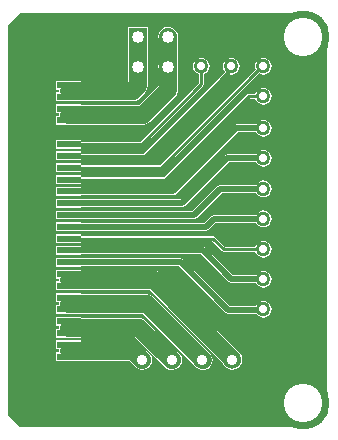
<source format=gtl>
G04 -- Generated By PCBWeb Designer*
%FSLAX24Y24*%
%MOIN*%
%OFA0B0*%
%SFA1.0B1.0*%
%AMROTRECT*21,1,$1,$2,0,0,$3*%
%AMROTOBLONG*1,1,$7,$1,$2*1,1,$7,$3,$4*21,1,$5,$6,0,0,$8*%
%ADD10C,0.025*%
%ADD11C,0.06*%
%ADD12C,0.035*%
%ADD13C,0.07*%
%ADD14C,0.006*%
%ADD15C,0.008*%
%ADD16C,0.024*%
%ADD17C,0.05*%
%ADD18C,0.028*%
%ADD19C,0.1772*%
%ADD20C,0.128*%
%ADD21C,0.1872*%
%ADD22R,0.0787X0.024*%
%ADD23R,0.0887X0.034*%
%ADD24R,0.1417X0.1055*%
%ADD25R,0.1517X0.1155*%
%ADD26C,0.01*%
%ADD27R,0.06X0.06*%
%ADD28C,0.04*%
%ADD29R,0.07X0.07*%
%ADD30C,0.0*%
%ADD31C,0.0098*%
%ADD32C,0.0591*%
%ADD33C,0.0275*%
%ADD34C,0.0197*%
G01*
%LNBASEFILL*%
%LPD*%
G36*
X787Y13780D02*
X394Y13386D01*
X1989Y11532D01*
X787Y13780D01*
G37*
G36*
X1989Y11532D02*
X394Y13386D01*
X1989Y11234D01*
X1989Y11532D01*
G37*
G36*
X1989Y11234D02*
X394Y13386D01*
X1989Y11138D01*
X1989Y11234D01*
G37*
G36*
X1989Y11138D02*
X394Y13386D01*
X1989Y10840D01*
X1989Y11138D01*
G37*
G36*
X1989Y10840D02*
X394Y13386D01*
X1989Y10744D01*
X1989Y10840D01*
G37*
G36*
X1989Y10744D02*
X394Y13386D01*
X1989Y10446D01*
X1989Y10744D01*
G37*
G36*
X1989Y10446D02*
X394Y13386D01*
X1989Y10351D01*
X1989Y10446D01*
G37*
G36*
X1989Y10351D02*
X394Y13386D01*
X1989Y10053D01*
X1989Y10351D01*
G37*
G36*
X1989Y10053D02*
X394Y13386D01*
X1989Y9563D01*
X1989Y10053D01*
G37*
G36*
X1989Y9563D02*
X394Y13386D01*
X1989Y9265D01*
X1989Y9563D01*
G37*
G36*
X1989Y9265D02*
X394Y13386D01*
X1989Y9170D01*
X1989Y9265D01*
G37*
G36*
X1989Y9170D02*
X394Y13386D01*
X1989Y8871D01*
X1989Y9170D01*
G37*
G36*
X1989Y8871D02*
X394Y13386D01*
X1989Y8776D01*
X1989Y8871D01*
G37*
G36*
X1989Y8776D02*
X394Y13386D01*
X1989Y8478D01*
X1989Y8776D01*
G37*
G36*
X1989Y8478D02*
X394Y13386D01*
X1989Y8382D01*
X1989Y8478D01*
G37*
G36*
X1989Y8382D02*
X394Y13386D01*
X1989Y8084D01*
X1989Y8382D01*
G37*
G36*
X1989Y8084D02*
X394Y13386D01*
X1989Y7988D01*
X1989Y8084D01*
G37*
G36*
X1989Y7988D02*
X394Y13386D01*
X1989Y7690D01*
X1989Y7988D01*
G37*
G36*
X1989Y7690D02*
X394Y13386D01*
X1989Y7595D01*
X1989Y7690D01*
G37*
G36*
X1989Y7595D02*
X394Y13386D01*
X1989Y7297D01*
X1989Y7595D01*
G37*
G36*
X1989Y7297D02*
X394Y13386D01*
X1989Y7201D01*
X1989Y7297D01*
G37*
G36*
X1989Y7201D02*
X394Y13386D01*
X1989Y6903D01*
X1989Y7201D01*
G37*
G36*
X394Y13386D02*
X394Y394D01*
X1989Y6903D01*
X394Y13386D01*
G37*
G36*
X394Y394D02*
X1989Y6807D01*
X1989Y6903D01*
X394Y394D01*
G37*
G36*
X1989Y6903D02*
X1989Y6807D01*
X2834Y6807D01*
X1989Y6903D01*
G37*
G36*
X1989Y6903D02*
X2834Y6807D01*
X2834Y6903D01*
X1989Y6903D01*
G37*
G36*
X6594Y6925D02*
X2834Y6903D01*
X2834Y6807D01*
X6594Y6925D01*
G37*
G36*
X6594Y6925D02*
X2834Y6807D01*
X2834Y6786D01*
X6594Y6925D01*
G37*
G36*
X6594Y6925D02*
X2834Y6786D01*
X6935Y6786D01*
X6594Y6925D01*
G37*
G36*
X6627Y6929D02*
X6594Y6925D01*
X6935Y6786D01*
X6627Y6929D01*
G37*
G36*
X6935Y6786D02*
X6627Y6929D01*
X6627Y6929D01*
X6935Y6786D01*
G37*
G36*
X6627Y6929D02*
X6627Y6929D01*
X6627Y6929D01*
X6627Y6929D01*
G37*
G36*
X6644Y6936D02*
X6627Y6929D01*
X6935Y6786D01*
X6644Y6936D01*
G37*
G36*
X6658Y6942D02*
X6644Y6936D01*
X6935Y6786D01*
X6658Y6942D01*
G37*
G36*
X6685Y6962D02*
X6658Y6942D01*
X6935Y6786D01*
X6685Y6962D01*
G37*
G36*
X6685Y6962D02*
X6935Y6786D01*
X7163Y7014D01*
X6685Y6962D01*
G37*
G36*
X6685Y6962D02*
X7163Y7014D01*
X7189Y7034D01*
X6685Y6962D01*
G37*
G36*
X7189Y7034D02*
X7518Y7796D01*
X6685Y6962D01*
X7189Y7034D01*
G37*
G36*
X7189Y7034D02*
X7220Y7047D01*
X7518Y7796D01*
X7189Y7034D01*
G37*
G36*
X7220Y7047D02*
X7253Y7051D01*
X7518Y7796D01*
X7220Y7047D01*
G37*
G36*
X7518Y7796D02*
X7253Y7051D01*
X8663Y7051D01*
X7518Y7796D01*
G37*
G36*
X7518Y7796D02*
X8663Y7051D01*
X8682Y7087D01*
X7518Y7796D01*
G37*
G36*
X8682Y7759D02*
X7518Y7796D01*
X8682Y7087D01*
X8682Y7759D01*
G37*
G36*
X8682Y7759D02*
X8682Y7087D01*
X8744Y7698D01*
X8682Y7759D01*
G37*
G36*
X8682Y7087D02*
X8744Y7149D01*
X8744Y7698D01*
X8682Y7087D01*
G37*
G36*
X8744Y7698D02*
X8744Y7149D01*
X8822Y7658D01*
X8744Y7698D01*
G37*
G36*
X8744Y7149D02*
X8822Y7189D01*
X8822Y7658D01*
X8744Y7149D01*
G37*
G36*
X8822Y7658D02*
X8822Y7189D01*
X8908Y7644D01*
X8822Y7658D01*
G37*
G36*
X8822Y7189D02*
X8908Y7202D01*
X8908Y7644D01*
X8822Y7189D01*
G37*
G36*
X8908Y7644D02*
X8908Y7202D01*
X8994Y7189D01*
X8908Y7644D01*
G37*
G36*
X8908Y7644D02*
X8994Y7189D01*
X8994Y7658D01*
X8908Y7644D01*
G37*
G36*
X8994Y7658D02*
X8994Y7189D01*
X9072Y7149D01*
X8994Y7658D01*
G37*
G36*
X8994Y7658D02*
X9072Y7149D01*
X9072Y7698D01*
X8994Y7658D01*
G37*
G36*
X9133Y7759D02*
X9072Y7698D01*
X9072Y7149D01*
X9133Y7759D01*
G37*
G36*
X9133Y7759D02*
X9072Y7149D01*
X9133Y7087D01*
X9133Y7759D01*
G37*
G36*
X9173Y7837D02*
X9133Y7759D01*
X9133Y7087D01*
X9173Y7837D01*
G37*
G36*
X9173Y7837D02*
X9133Y7087D01*
X9173Y7010D01*
X9173Y7837D01*
G37*
G36*
X9173Y7837D02*
X9173Y7010D01*
X9187Y6923D01*
X9173Y7837D01*
G37*
G36*
X9173Y7837D02*
X9187Y6923D01*
X9187Y7923D01*
X9173Y7837D01*
G37*
G36*
X11024Y787D02*
X9187Y7923D01*
X9187Y6923D01*
X11024Y787D01*
G37*
G36*
X11024Y787D02*
X9187Y6923D01*
X9187Y5906D01*
X11024Y787D01*
G37*
G36*
X9173Y6837D02*
X9187Y5906D01*
X9187Y6923D01*
X9173Y6837D01*
G37*
G36*
X9173Y6837D02*
X9173Y5992D01*
X9187Y5906D01*
X9173Y6837D01*
G37*
G36*
X9173Y6837D02*
X9133Y6070D01*
X9173Y5992D01*
X9173Y6837D01*
G37*
G36*
X9173Y6837D02*
X9133Y6759D01*
X9133Y6070D01*
X9173Y6837D01*
G37*
G36*
X9072Y6698D02*
X9133Y6070D01*
X9133Y6759D01*
X9072Y6698D01*
G37*
G36*
X9072Y6698D02*
X9072Y6131D01*
X9133Y6070D01*
X9072Y6698D01*
G37*
G36*
X9072Y6698D02*
X8994Y6171D01*
X9072Y6131D01*
X9072Y6698D01*
G37*
G36*
X9072Y6698D02*
X8994Y6658D01*
X8994Y6171D01*
X9072Y6698D01*
G37*
G36*
X8994Y6658D02*
X8908Y6185D01*
X8994Y6171D01*
X8994Y6658D01*
G37*
G36*
X8994Y6658D02*
X8908Y6644D01*
X8908Y6185D01*
X8994Y6658D01*
G37*
G36*
X8908Y6644D02*
X8822Y6658D01*
X8908Y6185D01*
X8908Y6644D01*
G37*
G36*
X8822Y6658D02*
X8822Y6171D01*
X8908Y6185D01*
X8822Y6658D01*
G37*
G36*
X8744Y6131D02*
X8822Y6171D01*
X8822Y6658D01*
X8744Y6131D01*
G37*
G36*
X8744Y6698D02*
X8744Y6131D01*
X8822Y6658D01*
X8744Y6698D01*
G37*
G36*
X8682Y6070D02*
X8744Y6131D01*
X8744Y6698D01*
X8682Y6070D01*
G37*
G36*
X8682Y6759D02*
X8682Y6070D01*
X8744Y6698D01*
X8682Y6759D01*
G37*
G36*
X8682Y6070D02*
X8682Y6759D01*
X7626Y5984D01*
X8682Y6070D01*
G37*
G36*
X7626Y5984D02*
X8682Y6759D01*
X8663Y6796D01*
X7626Y5984D01*
G37*
G36*
X7306Y6796D02*
X7626Y5984D01*
X8663Y6796D01*
X7306Y6796D01*
G37*
G36*
X7306Y6796D02*
X7290Y6320D01*
X7626Y5984D01*
X7306Y6796D01*
G37*
G36*
X7273Y6333D02*
X7290Y6320D01*
X7306Y6796D01*
X7273Y6333D01*
G37*
G36*
X7254Y6341D02*
X7273Y6333D01*
X7306Y6796D01*
X7254Y6341D01*
G37*
G36*
X7306Y6796D02*
X7254Y6341D01*
X7254Y6341D01*
X7306Y6796D01*
G37*
G36*
X7254Y6341D02*
X7254Y6341D01*
X7254Y6341D01*
X7254Y6341D01*
G37*
G36*
X7254Y6341D02*
X7306Y6796D01*
X7078Y6569D01*
X7254Y6341D01*
G37*
G36*
X7078Y6569D02*
X7242Y6342D01*
X7254Y6341D01*
X7078Y6569D01*
G37*
G36*
X7078Y6569D02*
X7234Y6343D01*
X7242Y6342D01*
X7078Y6569D01*
G37*
G36*
X7078Y6569D02*
X7052Y6548D01*
X7234Y6343D01*
X7078Y6569D01*
G37*
G36*
X7052Y6548D02*
X7035Y6541D01*
X7234Y6343D01*
X7052Y6548D01*
G37*
G36*
X7035Y6541D02*
X7021Y6536D01*
X7234Y6343D01*
X7035Y6541D01*
G37*
G36*
X7234Y6343D02*
X7021Y6536D01*
X7021Y6536D01*
X7234Y6343D01*
G37*
G36*
X7021Y6536D02*
X7021Y6536D01*
X7021Y6536D01*
X7021Y6536D01*
G37*
G36*
X7021Y6536D02*
X6988Y6531D01*
X7234Y6343D01*
X7021Y6536D01*
G37*
G36*
X6988Y6531D02*
X2834Y6343D01*
X7234Y6343D01*
X6988Y6531D01*
G37*
G36*
X6988Y6531D02*
X2834Y6414D01*
X2834Y6343D01*
X6988Y6531D01*
G37*
G36*
X6988Y6531D02*
X2834Y6509D01*
X2834Y6414D01*
X6988Y6531D01*
G37*
G36*
X1989Y6509D02*
X2834Y6414D01*
X2834Y6509D01*
X1989Y6509D01*
G37*
G36*
X1989Y6509D02*
X1989Y6414D01*
X2834Y6414D01*
X1989Y6509D01*
G37*
G36*
X394Y394D02*
X1989Y6414D01*
X1989Y6509D01*
X394Y394D01*
G37*
G36*
X394Y394D02*
X1989Y6509D01*
X1989Y6807D01*
X394Y394D01*
G37*
G36*
X394Y394D02*
X1989Y6116D01*
X1989Y6414D01*
X394Y394D01*
G37*
G36*
X394Y394D02*
X1989Y6020D01*
X1989Y6116D01*
X394Y394D01*
G37*
G36*
X1989Y6116D02*
X1989Y6020D01*
X2834Y6020D01*
X1989Y6116D01*
G37*
G36*
X1989Y6116D02*
X2834Y6020D01*
X2834Y6116D01*
X1989Y6116D01*
G37*
G36*
X2834Y6116D02*
X2834Y6020D01*
X6890Y5999D01*
X2834Y6116D01*
G37*
G36*
X2834Y6020D02*
X2834Y5998D01*
X6890Y5999D01*
X2834Y6020D01*
G37*
G36*
X2834Y6186D02*
X2834Y6116D01*
X6890Y5999D01*
X2834Y6186D01*
G37*
G36*
X2834Y6186D02*
X6890Y5999D01*
X7202Y6187D01*
X2834Y6186D01*
G37*
G36*
X6890Y5999D02*
X6915Y5995D01*
X7202Y6187D01*
X6890Y5999D01*
G37*
G36*
X6915Y5995D02*
X6923Y5994D01*
X7202Y6187D01*
X6915Y5995D01*
G37*
G36*
X6923Y5994D02*
X6953Y5982D01*
X7202Y6187D01*
X6923Y5994D01*
G37*
G36*
X6953Y5982D02*
X6966Y5972D01*
X7202Y6187D01*
X6953Y5982D01*
G37*
G36*
X6966Y5972D02*
X6980Y5961D01*
X7202Y6187D01*
X6966Y5972D01*
G37*
G36*
X7202Y6187D02*
X6980Y5961D01*
X7538Y5850D01*
X7202Y6187D01*
G37*
G36*
X7538Y5850D02*
X6980Y5961D01*
X7554Y5838D01*
X7538Y5850D01*
G37*
G36*
X7554Y5838D02*
X6980Y5961D01*
X7892Y5049D01*
X7554Y5838D01*
G37*
G36*
X7554Y5838D02*
X7892Y5049D01*
X7573Y5830D01*
X7554Y5838D01*
G37*
G36*
X7892Y5049D02*
X7594Y5827D01*
X7573Y5830D01*
X7892Y5049D01*
G37*
G36*
X8642Y5819D02*
X7594Y5827D01*
X7892Y5049D01*
X8642Y5819D01*
G37*
G36*
X8682Y5742D02*
X8642Y5819D01*
X7892Y5049D01*
X8682Y5742D01*
G37*
G36*
X8682Y5070D02*
X8682Y5742D01*
X7892Y5049D01*
X8682Y5070D01*
G37*
G36*
X7892Y5049D02*
X8671Y5049D01*
X8682Y5070D01*
X7892Y5049D01*
G37*
G36*
X8682Y5742D02*
X8682Y5070D01*
X8744Y5680D01*
X8682Y5742D01*
G37*
G36*
X8682Y5070D02*
X8744Y5131D01*
X8744Y5680D01*
X8682Y5070D01*
G37*
G36*
X8744Y5680D02*
X8744Y5131D01*
X8822Y5640D01*
X8744Y5680D01*
G37*
G36*
X8744Y5131D02*
X8822Y5171D01*
X8822Y5640D01*
X8744Y5131D01*
G37*
G36*
X8822Y5640D02*
X8822Y5171D01*
X8908Y5627D01*
X8822Y5640D01*
G37*
G36*
X8822Y5171D02*
X8908Y5185D01*
X8908Y5627D01*
X8822Y5171D01*
G37*
G36*
X8908Y5627D02*
X8908Y5185D01*
X8994Y5171D01*
X8908Y5627D01*
G37*
G36*
X8908Y5627D02*
X8994Y5171D01*
X8994Y5640D01*
X8908Y5627D01*
G37*
G36*
X8994Y5640D02*
X8994Y5171D01*
X9072Y5131D01*
X8994Y5640D01*
G37*
G36*
X8994Y5640D02*
X9072Y5131D01*
X9072Y5680D01*
X8994Y5640D01*
G37*
G36*
X9133Y5742D02*
X9072Y5680D01*
X9072Y5131D01*
X9133Y5742D01*
G37*
G36*
X9133Y5742D02*
X9072Y5131D01*
X9133Y5070D01*
X9133Y5742D01*
G37*
G36*
X9173Y5819D02*
X9133Y5742D01*
X9133Y5070D01*
X9173Y5819D01*
G37*
G36*
X9173Y5819D02*
X9133Y5070D01*
X9173Y4992D01*
X9173Y5819D01*
G37*
G36*
X9173Y5819D02*
X9173Y4992D01*
X9187Y4906D01*
X9173Y5819D01*
G37*
G36*
X9173Y5819D02*
X9187Y4906D01*
X9187Y5906D01*
X9173Y5819D01*
G37*
G36*
X11024Y787D02*
X9187Y5906D01*
X9187Y4906D01*
X11024Y787D01*
G37*
G36*
X10236Y1575D02*
X11024Y787D01*
X9187Y4906D01*
X10236Y1575D01*
G37*
G36*
X9187Y4906D02*
X9187Y3906D01*
X10236Y1575D01*
X9187Y4906D01*
G37*
G36*
X9187Y3906D02*
X9173Y3819D01*
X10236Y1575D01*
X9187Y3906D01*
G37*
G36*
X9173Y3819D02*
X9133Y3742D01*
X10236Y1575D01*
X9173Y3819D01*
G37*
G36*
X9133Y3742D02*
X9072Y3680D01*
X10236Y1575D01*
X9133Y3742D01*
G37*
G36*
X9072Y3680D02*
X8994Y3640D01*
X10236Y1575D01*
X9072Y3680D01*
G37*
G36*
X10236Y1575D02*
X8994Y3640D01*
X8187Y2348D01*
X10236Y1575D01*
G37*
G36*
X8994Y3640D02*
X8908Y3627D01*
X8187Y2348D01*
X8994Y3640D01*
G37*
G36*
X8155Y2426D02*
X8187Y2348D01*
X8908Y3627D01*
X8155Y2426D01*
G37*
G36*
X8908Y3627D02*
X8822Y3640D01*
X8155Y2426D01*
X8908Y3627D01*
G37*
G36*
X8822Y3640D02*
X8103Y2493D01*
X8155Y2426D01*
X8822Y3640D01*
G37*
G36*
X8744Y3680D02*
X8103Y2493D01*
X8822Y3640D01*
X8744Y3680D01*
G37*
G36*
X8682Y3742D02*
X8103Y2493D01*
X8744Y3680D01*
X8682Y3742D01*
G37*
G36*
X8682Y3742D02*
X7741Y3760D01*
X8103Y2493D01*
X8682Y3742D01*
G37*
G36*
X7741Y3760D02*
X7708Y3765D01*
X8103Y2493D01*
X7741Y3760D01*
G37*
G36*
X8103Y2493D02*
X7708Y3765D01*
X7678Y3778D01*
X8103Y2493D01*
G37*
G36*
X8103Y2493D02*
X7678Y3778D01*
X7651Y3798D01*
X8103Y2493D01*
G37*
G36*
X8103Y2493D02*
X7651Y3798D01*
X5495Y5101D01*
X8103Y2493D01*
G37*
G36*
X7651Y3798D02*
X6099Y5350D01*
X5495Y5101D01*
X7651Y3798D01*
G37*
G36*
X5457Y5130D02*
X5495Y5101D01*
X6099Y5350D01*
X5457Y5130D01*
G37*
G36*
X5428Y5153D02*
X5457Y5130D01*
X6099Y5350D01*
X5428Y5153D01*
G37*
G36*
X6099Y5350D02*
X5428Y5153D01*
X5428Y5153D01*
X6099Y5350D01*
G37*
G36*
X5428Y5153D02*
X5428Y5153D01*
X5428Y5153D01*
X5428Y5153D01*
G37*
G36*
X5350Y5185D02*
X5428Y5153D01*
X6099Y5350D01*
X5350Y5185D01*
G37*
G36*
X5300Y5192D02*
X5350Y5185D01*
X6099Y5350D01*
X5300Y5192D01*
G37*
G36*
X5266Y5196D02*
X5300Y5192D01*
X6099Y5350D01*
X5266Y5196D01*
G37*
G36*
X2834Y5350D02*
X5266Y5196D01*
X6099Y5350D01*
X2834Y5350D01*
G37*
G36*
X2834Y5350D02*
X2834Y5328D01*
X5266Y5196D01*
X2834Y5350D01*
G37*
G36*
X2834Y5328D02*
X2834Y5233D01*
X5266Y5196D01*
X2834Y5328D01*
G37*
G36*
X2834Y5233D02*
X2834Y5196D01*
X5266Y5196D01*
X2834Y5233D01*
G37*
G36*
X1989Y5328D02*
X2834Y5233D01*
X2834Y5328D01*
X1989Y5328D01*
G37*
G36*
X1989Y5328D02*
X1989Y5233D01*
X2834Y5233D01*
X1989Y5328D01*
G37*
G36*
X394Y394D02*
X1989Y5233D01*
X1989Y5328D01*
X394Y394D01*
G37*
G36*
X394Y394D02*
X1989Y5328D01*
X1989Y5626D01*
X394Y394D01*
G37*
G36*
X394Y394D02*
X1989Y5626D01*
X1989Y5722D01*
X394Y394D01*
G37*
G36*
X1989Y5722D02*
X1989Y5626D01*
X2834Y5626D01*
X1989Y5722D01*
G37*
G36*
X1989Y5722D02*
X2834Y5626D01*
X2834Y5722D01*
X1989Y5722D01*
G37*
G36*
X2834Y5722D02*
X2834Y5626D01*
X6151Y5605D01*
X2834Y5722D01*
G37*
G36*
X2834Y5626D02*
X2834Y5605D01*
X6151Y5605D01*
X2834Y5626D01*
G37*
G36*
X2834Y5744D02*
X2834Y5722D01*
X6151Y5605D01*
X2834Y5744D01*
G37*
G36*
X2834Y5744D02*
X6151Y5605D01*
X6837Y5744D01*
X2834Y5744D01*
G37*
G36*
X6151Y5605D02*
X6165Y5603D01*
X6837Y5744D01*
X6151Y5605D01*
G37*
G36*
X6165Y5603D02*
X6184Y5601D01*
X6837Y5744D01*
X6165Y5603D01*
G37*
G36*
X6184Y5601D02*
X6215Y5588D01*
X6837Y5744D01*
X6184Y5601D01*
G37*
G36*
X6215Y5588D02*
X6242Y5568D01*
X6837Y5744D01*
X6215Y5588D01*
G37*
G36*
X6837Y5744D02*
X6242Y5568D01*
X7749Y4831D01*
X6837Y5744D01*
G37*
G36*
X7794Y4015D02*
X7749Y4831D01*
X6242Y5568D01*
X7794Y4015D01*
G37*
G36*
X7794Y4015D02*
X7776Y4811D01*
X7749Y4831D01*
X7794Y4015D01*
G37*
G36*
X7776Y4811D02*
X7794Y4015D01*
X7807Y4798D01*
X7776Y4811D01*
G37*
G36*
X7807Y4798D02*
X7794Y4015D01*
X7840Y4794D01*
X7807Y4798D01*
G37*
G36*
X8682Y4070D02*
X7840Y4794D01*
X7794Y4015D01*
X8682Y4070D01*
G37*
G36*
X8682Y4070D02*
X7794Y4015D01*
X8654Y4015D01*
X8682Y4070D01*
G37*
G36*
X8682Y4742D02*
X7840Y4794D01*
X8682Y4070D01*
X8682Y4742D01*
G37*
G36*
X8682Y4742D02*
X8682Y4070D01*
X8744Y4680D01*
X8682Y4742D01*
G37*
G36*
X8682Y4070D02*
X8744Y4131D01*
X8744Y4680D01*
X8682Y4070D01*
G37*
G36*
X8744Y4680D02*
X8744Y4131D01*
X8822Y4640D01*
X8744Y4680D01*
G37*
G36*
X8744Y4131D02*
X8822Y4171D01*
X8822Y4640D01*
X8744Y4131D01*
G37*
G36*
X8822Y4640D02*
X8822Y4171D01*
X8908Y4627D01*
X8822Y4640D01*
G37*
G36*
X8822Y4171D02*
X8908Y4185D01*
X8908Y4627D01*
X8822Y4171D01*
G37*
G36*
X8908Y4627D02*
X8908Y4185D01*
X8994Y4171D01*
X8908Y4627D01*
G37*
G36*
X8908Y4627D02*
X8994Y4171D01*
X8994Y4640D01*
X8908Y4627D01*
G37*
G36*
X8994Y4640D02*
X8994Y4171D01*
X9072Y4131D01*
X8994Y4640D01*
G37*
G36*
X8994Y4640D02*
X9072Y4131D01*
X9072Y4680D01*
X8994Y4640D01*
G37*
G36*
X9133Y4742D02*
X9072Y4680D01*
X9072Y4131D01*
X9133Y4742D01*
G37*
G36*
X9133Y4742D02*
X9072Y4131D01*
X9133Y4070D01*
X9133Y4742D01*
G37*
G36*
X9173Y4819D02*
X9133Y4742D01*
X9133Y4070D01*
X9173Y4819D01*
G37*
G36*
X9173Y4819D02*
X9133Y4070D01*
X9173Y3992D01*
X9173Y4819D01*
G37*
G36*
X9173Y4819D02*
X9173Y3992D01*
X9187Y3906D01*
X9173Y4819D01*
G37*
G36*
X9173Y4819D02*
X9187Y3906D01*
X9187Y4906D01*
X9173Y4819D01*
G37*
G36*
X8655Y4794D02*
X7840Y4794D01*
X8682Y4742D01*
X8655Y4794D01*
G37*
G36*
X394Y394D02*
X1989Y5722D01*
X1989Y6020D01*
X394Y394D01*
G37*
G36*
X394Y394D02*
X1989Y4934D01*
X1989Y5233D01*
X394Y394D01*
G37*
G36*
X394Y394D02*
X1989Y4839D01*
X1989Y4934D01*
X394Y394D01*
G37*
G36*
X1989Y4934D02*
X1989Y4839D01*
X2087Y4872D01*
X1989Y4934D01*
G37*
G36*
X2087Y4872D02*
X1989Y4839D01*
X2091Y4839D01*
X2087Y4872D01*
G37*
G36*
X1989Y4934D02*
X2087Y4872D01*
X2095Y4934D01*
X1989Y4934D01*
G37*
G36*
X394Y394D02*
X1989Y4541D01*
X1989Y4839D01*
X394Y394D01*
G37*
G36*
X394Y394D02*
X1989Y4445D01*
X1989Y4541D01*
X394Y394D01*
G37*
G36*
X1989Y4541D02*
X1989Y4445D01*
X2834Y4445D01*
X1989Y4541D01*
G37*
G36*
X1989Y4541D02*
X2834Y4445D01*
X2834Y4541D01*
X1989Y4541D01*
G37*
G36*
X2834Y4541D02*
X2834Y4445D01*
X5020Y4409D01*
X2834Y4541D01*
G37*
G36*
X2834Y4445D02*
X2834Y4409D01*
X5020Y4409D01*
X2834Y4445D01*
G37*
G36*
X2834Y4548D02*
X2834Y4541D01*
X5020Y4409D01*
X2834Y4548D01*
G37*
G36*
X2834Y4548D02*
X5020Y4409D01*
X5131Y4548D01*
X2834Y4548D01*
G37*
G36*
X5020Y4409D02*
X5104Y4398D01*
X5131Y4548D01*
X5020Y4409D01*
G37*
G36*
X5131Y4548D02*
X5104Y4398D01*
X5104Y4398D01*
X5131Y4548D01*
G37*
G36*
X5104Y4398D02*
X5104Y4398D01*
X5104Y4398D01*
X5104Y4398D01*
G37*
G36*
X5131Y4548D02*
X5104Y4398D01*
X5146Y4380D01*
X5131Y4548D01*
G37*
G36*
X5131Y4548D02*
X5146Y4380D01*
X5182Y4365D01*
X5131Y4548D01*
G37*
G36*
X5182Y4365D02*
X5131Y4548D01*
X5182Y4365D01*
X5182Y4365D01*
G37*
G36*
X5182Y4365D02*
X5182Y4365D01*
X5182Y4365D01*
X5182Y4365D01*
G37*
G36*
X5131Y4548D02*
X5182Y4365D01*
X5211Y4343D01*
X5131Y4548D01*
G37*
G36*
X5131Y4548D02*
X5211Y4343D01*
X5249Y4314D01*
X5131Y4548D01*
G37*
G36*
X7119Y2444D02*
X5131Y4548D01*
X5249Y4314D01*
X7119Y2444D01*
G37*
G36*
X5131Y4548D02*
X7119Y2444D01*
X7560Y2119D01*
X5131Y4548D01*
G37*
G36*
X7560Y2119D02*
X7119Y2444D01*
X7171Y2377D01*
X7560Y2119D01*
G37*
G36*
X7560Y2119D02*
X7171Y2377D01*
X7203Y2299D01*
X7560Y2119D01*
G37*
G36*
X7203Y2299D02*
X7214Y2215D01*
X7560Y2119D01*
X7203Y2299D01*
G37*
G36*
X7214Y2215D02*
X7203Y2131D01*
X7560Y2119D01*
X7214Y2215D01*
G37*
G36*
X7560Y2119D02*
X7203Y2131D01*
X7561Y2113D01*
X7560Y2119D01*
G37*
G36*
X7561Y2113D02*
X7203Y2131D01*
X7171Y2053D01*
X7561Y2113D01*
G37*
G36*
X7561Y2113D02*
X7171Y2053D01*
X7608Y2021D01*
X7561Y2113D01*
G37*
G36*
X7171Y2053D02*
X7119Y1985D01*
X7608Y2021D01*
X7171Y2053D01*
G37*
G36*
X7608Y2021D02*
X7119Y1985D01*
X7681Y1948D01*
X7608Y2021D01*
G37*
G36*
X7119Y1985D02*
X7052Y1934D01*
X7681Y1948D01*
X7119Y1985D01*
G37*
G36*
X7681Y1948D02*
X7052Y1934D01*
X7773Y1902D01*
X7681Y1948D01*
G37*
G36*
X7773Y1902D02*
X7052Y1934D01*
X6976Y1902D01*
X7773Y1902D01*
G37*
G36*
X7052Y1934D02*
X6981Y1904D01*
X6976Y1902D01*
X7052Y1934D01*
G37*
G36*
X6976Y1902D02*
X9449Y787D01*
X7773Y1902D01*
X6976Y1902D01*
G37*
G36*
X7874Y1886D02*
X7773Y1902D01*
X9449Y787D01*
X7874Y1886D01*
G37*
G36*
X7976Y1902D02*
X7874Y1886D01*
X9449Y787D01*
X7976Y1902D01*
G37*
G36*
X8068Y1948D02*
X7976Y1902D01*
X9449Y787D01*
X8068Y1948D01*
G37*
G36*
X8140Y2021D02*
X8068Y1948D01*
X9449Y787D01*
X8140Y2021D01*
G37*
G36*
X8187Y2113D02*
X8140Y2021D01*
X9449Y787D01*
X8187Y2113D01*
G37*
G36*
X8187Y2113D02*
X9449Y787D01*
X10236Y1575D01*
X8187Y2113D01*
G37*
G36*
X8203Y2215D02*
X8187Y2113D01*
X10236Y1575D01*
X8203Y2215D01*
G37*
G36*
X10236Y1575D02*
X8199Y2264D01*
X8203Y2215D01*
X10236Y1575D01*
G37*
G36*
X8199Y2264D02*
X8197Y2253D01*
X8203Y2215D01*
X8199Y2264D01*
G37*
G36*
X10236Y1575D02*
X8187Y2348D01*
X8199Y2264D01*
X10236Y1575D01*
G37*
G36*
X9449Y787D02*
X6976Y1902D01*
X6974Y1901D01*
X9449Y787D01*
G37*
G36*
X6976Y1902D02*
X6974Y1901D01*
X6974Y1901D01*
X6976Y1902D01*
G37*
G36*
X6874Y1886D02*
X9449Y787D01*
X6974Y1901D01*
X6874Y1886D01*
G37*
G36*
X6874Y1886D02*
X6974Y1901D01*
X6974Y1901D01*
X6874Y1886D01*
G37*
G36*
X6874Y1886D02*
X5874Y1886D01*
X9449Y787D01*
X6874Y1886D01*
G37*
G36*
X9449Y787D02*
X5874Y1886D01*
X10236Y0D01*
X9449Y787D01*
G37*
G36*
X787Y0D02*
X10236Y0D01*
X5874Y1886D01*
X787Y0D01*
G37*
G36*
X787Y0D02*
X5874Y1886D01*
X4874Y1886D01*
X787Y0D01*
G37*
G36*
X5874Y1886D02*
X5773Y1901D01*
X4874Y1886D01*
X5874Y1886D01*
G37*
G36*
X4976Y1902D02*
X4874Y1886D01*
X5773Y1901D01*
X4976Y1902D01*
G37*
G36*
X5694Y1934D02*
X4976Y1902D01*
X5773Y1901D01*
X5694Y1934D01*
G37*
G36*
X5068Y1948D02*
X4976Y1902D01*
X5694Y1934D01*
X5068Y1948D01*
G37*
G36*
X5627Y1985D02*
X5068Y1948D01*
X5694Y1934D01*
X5627Y1985D01*
G37*
G36*
X5140Y2021D02*
X5068Y1948D01*
X5627Y1985D01*
X5140Y2021D01*
G37*
G36*
X5187Y2113D02*
X5140Y2021D01*
X5627Y1985D01*
X5187Y2113D01*
G37*
G36*
X5203Y2215D02*
X5187Y2113D01*
X5627Y1985D01*
X5203Y2215D01*
G37*
G36*
X5187Y2316D02*
X5203Y2215D01*
X5627Y1985D01*
X5187Y2316D01*
G37*
G36*
X5140Y2408D02*
X5187Y2316D01*
X5627Y1985D01*
X5140Y2408D01*
G37*
G36*
X5627Y1985D02*
X5068Y2481D01*
X5140Y2408D01*
X5627Y1985D01*
G37*
G36*
X5627Y1985D02*
X4639Y2973D01*
X5068Y2481D01*
X5627Y1985D01*
G37*
G36*
X5068Y2481D02*
X4639Y2973D01*
X4806Y2739D01*
X5068Y2481D01*
G37*
G36*
X4639Y2973D02*
X4773Y2764D01*
X4806Y2739D01*
X4639Y2973D01*
G37*
G36*
X4639Y2973D02*
X4739Y2791D01*
X4773Y2764D01*
X4639Y2973D01*
G37*
G36*
X4739Y2791D02*
X4639Y2973D01*
X4739Y2791D01*
X4739Y2791D01*
G37*
G36*
X4639Y2973D02*
X4700Y2807D01*
X4739Y2791D01*
X4639Y2973D01*
G37*
G36*
X4639Y2973D02*
X4661Y2823D01*
X4700Y2807D01*
X4639Y2973D01*
G37*
G36*
X4661Y2823D02*
X4639Y2973D01*
X4660Y2823D01*
X4661Y2823D01*
G37*
G36*
X4639Y2973D02*
X4618Y2829D01*
X4660Y2823D01*
X4639Y2973D01*
G37*
G36*
X4577Y2834D02*
X4618Y2829D01*
X4639Y2973D01*
X4577Y2834D01*
G37*
G36*
X2834Y2973D02*
X4577Y2834D01*
X4639Y2973D01*
X2834Y2973D01*
G37*
G36*
X2834Y2973D02*
X2834Y2966D01*
X4577Y2834D01*
X2834Y2973D01*
G37*
G36*
X2834Y2966D02*
X2834Y2870D01*
X4577Y2834D01*
X2834Y2966D01*
G37*
G36*
X2834Y2870D02*
X2834Y2834D01*
X4577Y2834D01*
X2834Y2870D01*
G37*
G36*
X1989Y2966D02*
X2834Y2870D01*
X2834Y2966D01*
X1989Y2966D01*
G37*
G36*
X1989Y2966D02*
X1989Y2870D01*
X2834Y2870D01*
X1989Y2966D01*
G37*
G36*
X394Y394D02*
X1989Y2870D01*
X1989Y2966D01*
X394Y394D01*
G37*
G36*
X394Y394D02*
X1989Y2966D01*
X1989Y3264D01*
X394Y394D01*
G37*
G36*
X394Y394D02*
X1989Y3264D01*
X1989Y3360D01*
X394Y394D01*
G37*
G36*
X1989Y3360D02*
X1989Y3264D01*
X2087Y3297D01*
X1989Y3360D01*
G37*
G36*
X2087Y3297D02*
X1989Y3264D01*
X2091Y3264D01*
X2087Y3297D01*
G37*
G36*
X1989Y3360D02*
X2087Y3297D01*
X2095Y3360D01*
X1989Y3360D01*
G37*
G36*
X394Y394D02*
X1989Y3360D01*
X1989Y3658D01*
X394Y394D01*
G37*
G36*
X394Y394D02*
X1989Y3658D01*
X1989Y3753D01*
X394Y394D01*
G37*
G36*
X1989Y3753D02*
X1989Y3658D01*
X2834Y3658D01*
X1989Y3753D01*
G37*
G36*
X1989Y3753D02*
X2834Y3658D01*
X2834Y3753D01*
X1989Y3753D01*
G37*
G36*
X2834Y3753D02*
X2834Y3658D01*
X4774Y3621D01*
X2834Y3753D01*
G37*
G36*
X2834Y3658D02*
X2834Y3621D01*
X4774Y3621D01*
X2834Y3658D01*
G37*
G36*
X2834Y3760D02*
X2834Y3753D01*
X4774Y3621D01*
X2834Y3760D01*
G37*
G36*
X2834Y3760D02*
X4774Y3621D01*
X4885Y3760D01*
X2834Y3760D01*
G37*
G36*
X4774Y3621D02*
X4811Y3616D01*
X4885Y3760D01*
X4774Y3621D01*
G37*
G36*
X4811Y3616D02*
X4857Y3610D01*
X4885Y3760D01*
X4811Y3616D01*
G37*
G36*
X4885Y3760D02*
X4857Y3610D01*
X4894Y3595D01*
X4885Y3760D01*
G37*
G36*
X4885Y3760D02*
X4894Y3595D01*
X4936Y3578D01*
X4885Y3760D01*
G37*
G36*
X4936Y3578D02*
X4885Y3760D01*
X4936Y3578D01*
X4936Y3578D01*
G37*
G36*
X4936Y3578D02*
X4936Y3578D01*
X4936Y3578D01*
X4936Y3578D01*
G37*
G36*
X4885Y3760D02*
X4936Y3578D01*
X4966Y3555D01*
X4885Y3760D01*
G37*
G36*
X4885Y3760D02*
X4966Y3555D01*
X5003Y3526D01*
X4885Y3760D01*
G37*
G36*
X6068Y2481D02*
X4885Y3760D01*
X5003Y3526D01*
X6068Y2481D01*
G37*
G36*
X6068Y2481D02*
X5003Y3526D01*
X6029Y2500D01*
X6068Y2481D01*
G37*
G36*
X6591Y2055D02*
X4885Y3760D01*
X6068Y2481D01*
X6591Y2055D01*
G37*
G36*
X6591Y2055D02*
X6068Y2481D01*
X6140Y2408D01*
X6591Y2055D01*
G37*
G36*
X6140Y2408D02*
X6187Y2316D01*
X6591Y2055D01*
X6140Y2408D01*
G37*
G36*
X6187Y2316D02*
X6203Y2215D01*
X6591Y2055D01*
X6187Y2316D01*
G37*
G36*
X6203Y2215D02*
X6187Y2113D01*
X6591Y2055D01*
X6203Y2215D01*
G37*
G36*
X6187Y2113D02*
X6140Y2021D01*
X6591Y2055D01*
X6187Y2113D01*
G37*
G36*
X6591Y2055D02*
X6140Y2021D01*
X6608Y2021D01*
X6591Y2055D01*
G37*
G36*
X6608Y2021D02*
X6140Y2021D01*
X6681Y1948D01*
X6608Y2021D01*
G37*
G36*
X6140Y2021D02*
X6068Y1948D01*
X6681Y1948D01*
X6140Y2021D01*
G37*
G36*
X6681Y1948D02*
X6068Y1948D01*
X6773Y1902D01*
X6681Y1948D01*
G37*
G36*
X6068Y1948D02*
X5976Y1902D01*
X6773Y1902D01*
X6068Y1948D01*
G37*
G36*
X6773Y1902D02*
X5976Y1902D01*
X6874Y1886D01*
X6773Y1902D01*
G37*
G36*
X5976Y1902D02*
X5874Y1886D01*
X6874Y1886D01*
X5976Y1902D01*
G37*
G36*
X394Y394D02*
X1989Y3753D01*
X1989Y4051D01*
X394Y394D01*
G37*
G36*
X394Y394D02*
X1989Y4051D01*
X1989Y4147D01*
X394Y394D01*
G37*
G36*
X1989Y4147D02*
X1989Y4051D01*
X2087Y4085D01*
X1989Y4147D01*
G37*
G36*
X2087Y4085D02*
X1989Y4051D01*
X2091Y4051D01*
X2087Y4085D01*
G37*
G36*
X1989Y4147D02*
X2087Y4085D01*
X2095Y4147D01*
X1989Y4147D01*
G37*
G36*
X394Y394D02*
X1989Y4147D01*
X1989Y4445D01*
X394Y394D01*
G37*
G36*
X394Y394D02*
X1989Y2572D01*
X1989Y2870D01*
X394Y394D01*
G37*
G36*
X394Y394D02*
X1989Y2477D01*
X1989Y2572D01*
X394Y394D01*
G37*
G36*
X1989Y2572D02*
X1989Y2477D01*
X2087Y2510D01*
X1989Y2572D01*
G37*
G36*
X2087Y2510D02*
X1989Y2477D01*
X2091Y2477D01*
X2087Y2510D01*
G37*
G36*
X1989Y2572D02*
X2087Y2510D01*
X2095Y2572D01*
X1989Y2572D01*
G37*
G36*
X394Y394D02*
X1989Y2179D01*
X1989Y2477D01*
X394Y394D01*
G37*
G36*
X394Y394D02*
X787Y0D01*
X1989Y2179D01*
X394Y394D01*
G37*
G36*
X1989Y2179D02*
X787Y0D01*
X2834Y2179D01*
X1989Y2179D01*
G37*
G36*
X787Y0D02*
X4681Y1948D01*
X2834Y2179D01*
X787Y0D01*
G37*
G36*
X4643Y1985D02*
X2834Y2179D01*
X4681Y1948D01*
X4643Y1985D01*
G37*
G36*
X4648Y1982D02*
X4643Y1985D01*
X4681Y1948D01*
X4648Y1982D01*
G37*
G36*
X4643Y1985D02*
X4442Y2186D01*
X2834Y2179D01*
X4643Y1985D01*
G37*
G36*
X4442Y2186D02*
X2834Y2186D01*
X2834Y2179D01*
X4442Y2186D01*
G37*
G36*
X4681Y1948D02*
X787Y0D01*
X4773Y1902D01*
X4681Y1948D01*
G37*
G36*
X4773Y1902D02*
X787Y0D01*
X4874Y1886D01*
X4773Y1902D01*
G37*
G36*
X4661Y2823D02*
X4660Y2823D01*
X4661Y2823D01*
X4661Y2823D01*
G37*
G36*
X4739Y2791D02*
X4739Y2791D01*
X4739Y2791D01*
X4739Y2791D01*
G37*
G36*
X5068Y2481D02*
X4806Y2739D01*
X5061Y2484D01*
X5068Y2481D01*
G37*
G36*
X5785Y1900D02*
X5773Y1901D01*
X5874Y1886D01*
X5785Y1900D01*
G37*
G36*
X8672Y3760D02*
X7741Y3760D01*
X8682Y3742D01*
X8672Y3760D01*
G37*
G36*
X8641Y5827D02*
X7594Y5827D01*
X8642Y5819D01*
X8641Y5827D01*
G37*
G36*
X6988Y6531D02*
X2834Y6531D01*
X2834Y6509D01*
X6988Y6531D01*
G37*
G36*
X8682Y6070D02*
X7626Y5984D01*
X8642Y5992D01*
X8682Y6070D01*
G37*
G36*
X7626Y5984D02*
X8641Y5984D01*
X8642Y5992D01*
X7626Y5984D01*
G37*
G36*
X11024Y787D02*
X9187Y8941D01*
X9187Y7923D01*
X11024Y787D01*
G37*
G36*
X9173Y8855D02*
X9187Y7923D01*
X9187Y8941D01*
X9173Y8855D01*
G37*
G36*
X9173Y8855D02*
X9173Y8010D01*
X9187Y7923D01*
X9173Y8855D01*
G37*
G36*
X9173Y8855D02*
X9133Y8087D01*
X9173Y8010D01*
X9173Y8855D01*
G37*
G36*
X9173Y8855D02*
X9133Y8777D01*
X9133Y8087D01*
X9173Y8855D01*
G37*
G36*
X9072Y8716D02*
X9133Y8087D01*
X9133Y8777D01*
X9072Y8716D01*
G37*
G36*
X9072Y8716D02*
X9072Y8149D01*
X9133Y8087D01*
X9072Y8716D01*
G37*
G36*
X9072Y8716D02*
X8994Y8189D01*
X9072Y8149D01*
X9072Y8716D01*
G37*
G36*
X9072Y8716D02*
X8994Y8676D01*
X8994Y8189D01*
X9072Y8716D01*
G37*
G36*
X8994Y8676D02*
X8908Y8202D01*
X8994Y8189D01*
X8994Y8676D01*
G37*
G36*
X8994Y8676D02*
X8908Y8662D01*
X8908Y8202D01*
X8994Y8676D01*
G37*
G36*
X8908Y8662D02*
X8822Y8676D01*
X8908Y8202D01*
X8908Y8662D01*
G37*
G36*
X8822Y8676D02*
X8822Y8189D01*
X8908Y8202D01*
X8822Y8676D01*
G37*
G36*
X8744Y8149D02*
X8822Y8189D01*
X8822Y8676D01*
X8744Y8149D01*
G37*
G36*
X8744Y8716D02*
X8744Y8149D01*
X8822Y8676D01*
X8744Y8716D01*
G37*
G36*
X8682Y8087D02*
X8744Y8149D01*
X8744Y8716D01*
X8682Y8087D01*
G37*
G36*
X8682Y8777D02*
X8682Y8087D01*
X8744Y8716D01*
X8682Y8777D01*
G37*
G36*
X8682Y8777D02*
X7749Y8814D01*
X8682Y8087D01*
X8682Y8777D01*
G37*
G36*
X7749Y8814D02*
X8663Y8051D01*
X8682Y8087D01*
X7749Y8814D01*
G37*
G36*
X7749Y8814D02*
X7466Y8051D01*
X8663Y8051D01*
X7749Y8814D01*
G37*
G36*
X7432Y8047D02*
X7466Y8051D01*
X7749Y8814D01*
X7432Y8047D01*
G37*
G36*
X7402Y8034D02*
X7432Y8047D01*
X7749Y8814D01*
X7402Y8034D01*
G37*
G36*
X7375Y8014D02*
X7402Y8034D01*
X7749Y8814D01*
X7375Y8014D01*
G37*
G36*
X7749Y8814D02*
X6291Y7356D01*
X7375Y8014D01*
X7749Y8814D01*
G37*
G36*
X6291Y7356D02*
X6542Y7180D01*
X7375Y8014D01*
X6291Y7356D01*
G37*
G36*
X6291Y7356D02*
X6264Y7336D01*
X6542Y7180D01*
X6291Y7356D01*
G37*
G36*
X6264Y7336D02*
X6247Y7329D01*
X6542Y7180D01*
X6264Y7336D01*
G37*
G36*
X6247Y7329D02*
X6234Y7323D01*
X6542Y7180D01*
X6247Y7329D01*
G37*
G36*
X6542Y7180D02*
X6234Y7323D01*
X6233Y7323D01*
X6542Y7180D01*
G37*
G36*
X6234Y7323D02*
X6234Y7323D01*
X6233Y7323D01*
X6234Y7323D01*
G37*
G36*
X6233Y7323D02*
X6201Y7319D01*
X6542Y7180D01*
X6233Y7323D01*
G37*
G36*
X6201Y7319D02*
X2834Y7179D01*
X6542Y7180D01*
X6201Y7319D01*
G37*
G36*
X6201Y7319D02*
X2834Y7201D01*
X2834Y7179D01*
X6201Y7319D01*
G37*
G36*
X6201Y7319D02*
X2834Y7297D01*
X2834Y7201D01*
X6201Y7319D01*
G37*
G36*
X1989Y7297D02*
X2834Y7201D01*
X2834Y7297D01*
X1989Y7297D01*
G37*
G36*
X1989Y7297D02*
X1989Y7201D01*
X2834Y7201D01*
X1989Y7297D01*
G37*
G36*
X6201Y7319D02*
X2834Y7318D01*
X2834Y7297D01*
X6201Y7319D01*
G37*
G36*
X8663Y8814D02*
X7749Y8814D01*
X8682Y8777D01*
X8663Y8814D01*
G37*
G36*
X11024Y12992D02*
X9187Y8941D01*
X11024Y787D01*
X11024Y12992D01*
G37*
G36*
X11024Y12992D02*
X10236Y12205D01*
X9187Y8941D01*
X11024Y12992D01*
G37*
G36*
X10236Y12205D02*
X9187Y9941D01*
X9187Y8941D01*
X10236Y12205D01*
G37*
G36*
X9173Y9855D02*
X9187Y8941D01*
X9187Y9941D01*
X9173Y9855D01*
G37*
G36*
X9173Y9855D02*
X9173Y9027D01*
X9187Y8941D01*
X9173Y9855D01*
G37*
G36*
X9173Y9855D02*
X9133Y9105D01*
X9173Y9027D01*
X9173Y9855D01*
G37*
G36*
X9173Y9855D02*
X9133Y9777D01*
X9133Y9105D01*
X9173Y9855D01*
G37*
G36*
X9133Y9777D02*
X9072Y9167D01*
X9133Y9105D01*
X9133Y9777D01*
G37*
G36*
X9133Y9777D02*
X9072Y9716D01*
X9072Y9167D01*
X9133Y9777D01*
G37*
G36*
X8994Y9676D02*
X9072Y9167D01*
X9072Y9716D01*
X8994Y9676D01*
G37*
G36*
X8994Y9676D02*
X8994Y9207D01*
X9072Y9167D01*
X8994Y9676D01*
G37*
G36*
X8908Y9662D02*
X8994Y9207D01*
X8994Y9676D01*
X8908Y9662D01*
G37*
G36*
X8908Y9662D02*
X8908Y9220D01*
X8994Y9207D01*
X8908Y9662D01*
G37*
G36*
X8822Y9207D02*
X8908Y9220D01*
X8908Y9662D01*
X8822Y9207D01*
G37*
G36*
X8822Y9676D02*
X8822Y9207D01*
X8908Y9662D01*
X8822Y9676D01*
G37*
G36*
X8744Y9167D02*
X8822Y9207D01*
X8822Y9676D01*
X8744Y9167D01*
G37*
G36*
X8744Y9716D02*
X8744Y9167D01*
X8822Y9676D01*
X8744Y9716D01*
G37*
G36*
X8682Y9105D02*
X8744Y9167D01*
X8744Y9716D01*
X8682Y9105D01*
G37*
G36*
X8682Y9777D02*
X8682Y9105D01*
X8744Y9716D01*
X8682Y9777D01*
G37*
G36*
X8682Y9777D02*
X8060Y9814D01*
X8682Y9105D01*
X8682Y9777D01*
G37*
G36*
X8060Y9814D02*
X8663Y9069D01*
X8682Y9105D01*
X8060Y9814D01*
G37*
G36*
X8060Y9814D02*
X7696Y9069D01*
X8663Y9069D01*
X8060Y9814D01*
G37*
G36*
X7663Y9064D02*
X7696Y9069D01*
X8060Y9814D01*
X7663Y9064D01*
G37*
G36*
X7632Y9052D02*
X7663Y9064D01*
X8060Y9814D01*
X7632Y9052D01*
G37*
G36*
X7606Y9031D02*
X7632Y9052D01*
X8060Y9814D01*
X7606Y9031D01*
G37*
G36*
X8060Y9814D02*
X5996Y7750D01*
X7606Y9031D01*
X8060Y9814D01*
G37*
G36*
X6148Y7574D02*
X7606Y9031D01*
X5996Y7750D01*
X6148Y7574D01*
G37*
G36*
X5996Y7750D02*
X5969Y7730D01*
X6148Y7574D01*
X5996Y7750D01*
G37*
G36*
X6148Y7574D02*
X5969Y7730D01*
X5969Y7729D01*
X6148Y7574D01*
G37*
G36*
X5969Y7730D02*
X5969Y7730D01*
X5969Y7729D01*
X5969Y7730D01*
G37*
G36*
X5969Y7729D02*
X5956Y7724D01*
X6148Y7574D01*
X5969Y7729D01*
G37*
G36*
X5956Y7724D02*
X5938Y7717D01*
X6148Y7574D01*
X5956Y7724D01*
G37*
G36*
X5938Y7717D02*
X5905Y7712D01*
X6148Y7574D01*
X5938Y7717D01*
G37*
G36*
X5905Y7712D02*
X2834Y7573D01*
X6148Y7574D01*
X5905Y7712D01*
G37*
G36*
X5905Y7712D02*
X2834Y7595D01*
X2834Y7573D01*
X5905Y7712D01*
G37*
G36*
X5905Y7712D02*
X2834Y7690D01*
X2834Y7595D01*
X5905Y7712D01*
G37*
G36*
X1989Y7690D02*
X2834Y7595D01*
X2834Y7690D01*
X1989Y7690D01*
G37*
G36*
X1989Y7690D02*
X1989Y7595D01*
X2834Y7595D01*
X1989Y7690D01*
G37*
G36*
X5905Y7712D02*
X2834Y7712D01*
X2834Y7690D01*
X5905Y7712D01*
G37*
G36*
X8663Y9814D02*
X8060Y9814D01*
X8682Y9777D01*
X8663Y9814D01*
G37*
G36*
X9187Y9941D02*
X10236Y12205D01*
X9173Y10027D01*
X9187Y9941D01*
G37*
G36*
X9173Y10027D02*
X10236Y12205D01*
X9173Y10922D01*
X9173Y10027D01*
G37*
G36*
X10236Y12205D02*
X9187Y11008D01*
X9173Y10922D01*
X10236Y12205D01*
G37*
G36*
X9173Y11094D02*
X9187Y11008D01*
X10236Y12205D01*
X9173Y11094D01*
G37*
G36*
X9173Y11094D02*
X10236Y12205D01*
X9133Y11172D01*
X9173Y11094D01*
G37*
G36*
X9133Y11172D02*
X10236Y12205D01*
X9133Y11844D01*
X9133Y11172D01*
G37*
G36*
X10236Y12205D02*
X9173Y11922D01*
X9133Y11844D01*
X10236Y12205D01*
G37*
G36*
X9187Y12008D02*
X9173Y11922D01*
X10236Y12205D01*
X9187Y12008D01*
G37*
G36*
X9173Y12094D02*
X9187Y12008D01*
X10236Y12205D01*
X9173Y12094D01*
G37*
G36*
X10236Y12205D02*
X9133Y12172D01*
X9173Y12094D01*
X10236Y12205D01*
G37*
G36*
X9449Y12992D02*
X9133Y12172D01*
X10236Y12205D01*
X9449Y12992D01*
G37*
G36*
X9072Y12234D02*
X9133Y12172D01*
X9449Y12992D01*
X9072Y12234D01*
G37*
G36*
X8994Y12274D02*
X9072Y12234D01*
X9449Y12992D01*
X8994Y12274D01*
G37*
G36*
X8908Y12287D02*
X8994Y12274D01*
X9449Y12992D01*
X8908Y12287D01*
G37*
G36*
X8822Y12274D02*
X8908Y12287D01*
X9449Y12992D01*
X8822Y12274D01*
G37*
G36*
X8822Y12274D02*
X9449Y12992D01*
X7841Y12287D01*
X8822Y12274D01*
G37*
G36*
X9449Y12992D02*
X5918Y13258D01*
X7841Y12287D01*
X9449Y12992D01*
G37*
G36*
X5918Y13258D02*
X7755Y12274D01*
X7841Y12287D01*
X5918Y13258D01*
G37*
G36*
X5918Y13258D02*
X5962Y13221D01*
X7755Y12274D01*
X5918Y13258D01*
G37*
G36*
X7755Y12274D02*
X5962Y13221D01*
X7677Y12234D01*
X7755Y12274D01*
G37*
G36*
X5991Y13186D02*
X7677Y12234D01*
X5962Y13221D01*
X5991Y13186D01*
G37*
G36*
X5962Y13221D02*
X5987Y13189D01*
X5991Y13186D01*
X5962Y13221D01*
G37*
G36*
X6014Y13154D02*
X7677Y12234D01*
X5991Y13186D01*
X6014Y13154D01*
G37*
G36*
X5991Y13186D02*
X5992Y13183D01*
X6014Y13154D01*
X5991Y13186D01*
G37*
G36*
X6046Y13076D02*
X7677Y12234D01*
X6014Y13154D01*
X6046Y13076D01*
G37*
G36*
X6046Y13076D02*
X6927Y12274D01*
X7677Y12234D01*
X6046Y13076D01*
G37*
G36*
X7005Y12234D02*
X7677Y12234D01*
X6927Y12274D01*
X7005Y12234D01*
G37*
G36*
X7615Y12172D02*
X7677Y12234D01*
X7005Y12234D01*
X7615Y12172D01*
G37*
G36*
X7615Y12172D02*
X7005Y12234D01*
X7066Y12172D01*
X7615Y12172D01*
G37*
G36*
X7575Y12094D02*
X7615Y12172D01*
X7066Y12172D01*
X7575Y12094D01*
G37*
G36*
X7066Y12172D02*
X7106Y12094D01*
X7575Y12094D01*
X7066Y12172D01*
G37*
G36*
X7106Y12094D02*
X7120Y12008D01*
X7575Y12094D01*
X7106Y12094D01*
G37*
G36*
X7120Y12008D02*
X7562Y12008D01*
X7575Y12094D01*
X7120Y12008D01*
G37*
G36*
X7562Y12008D02*
X7120Y12008D01*
X7575Y11922D01*
X7562Y12008D01*
G37*
G36*
X7120Y12008D02*
X7106Y11922D01*
X7575Y11922D01*
X7120Y12008D01*
G37*
G36*
X7575Y11922D02*
X7106Y11922D01*
X7615Y11844D01*
X7575Y11922D01*
G37*
G36*
X7106Y11922D02*
X7066Y11844D01*
X7615Y11844D01*
X7106Y11922D01*
G37*
G36*
X7615Y11844D02*
X7066Y11844D01*
X7637Y11822D01*
X7615Y11844D01*
G37*
G36*
X7066Y11844D02*
X7005Y11783D01*
X7637Y11822D01*
X7066Y11844D01*
G37*
G36*
X6919Y11408D02*
X7637Y11822D01*
X7005Y11783D01*
X6919Y11408D01*
G37*
G36*
X6919Y11408D02*
X7005Y11783D01*
X6927Y11743D01*
X6919Y11408D01*
G37*
G36*
X6927Y11743D02*
X6919Y11742D01*
X6919Y11408D01*
X6927Y11743D01*
G37*
G36*
X6919Y11408D02*
X6916Y11388D01*
X7637Y11822D01*
X6919Y11408D01*
G37*
G36*
X6916Y11388D02*
X6908Y11369D01*
X7637Y11822D01*
X6916Y11388D01*
G37*
G36*
X6896Y11353D02*
X7637Y11822D01*
X6908Y11369D01*
X6896Y11353D01*
G37*
G36*
X7637Y11822D02*
X6896Y11353D01*
X4913Y9099D01*
X7637Y11822D01*
G37*
G36*
X4903Y9359D02*
X4913Y9099D01*
X6896Y11353D01*
X4903Y9359D01*
G37*
G36*
X4913Y9099D02*
X4903Y9359D01*
X4897Y9355D01*
X4913Y9099D01*
G37*
G36*
X4913Y9099D02*
X4897Y9355D01*
X4886Y9347D01*
X4913Y9099D01*
G37*
G36*
X4913Y9099D02*
X4886Y9347D01*
X4877Y9343D01*
X4913Y9099D01*
G37*
G36*
X4913Y9099D02*
X4877Y9343D01*
X4868Y9339D01*
X4913Y9099D01*
G37*
G36*
X4868Y9339D02*
X4847Y9336D01*
X4913Y9099D01*
X4868Y9339D01*
G37*
G36*
X4847Y9336D02*
X2834Y9099D01*
X4913Y9099D01*
X4847Y9336D01*
G37*
G36*
X4847Y9336D02*
X2834Y9170D01*
X2834Y9099D01*
X4847Y9336D01*
G37*
G36*
X4847Y9336D02*
X2834Y9265D01*
X2834Y9170D01*
X4847Y9336D01*
G37*
G36*
X1989Y9265D02*
X2834Y9170D01*
X2834Y9265D01*
X1989Y9265D01*
G37*
G36*
X1989Y9265D02*
X1989Y9170D01*
X2834Y9170D01*
X1989Y9265D01*
G37*
G36*
X4847Y9336D02*
X2834Y9336D01*
X2834Y9265D01*
X4847Y9336D01*
G37*
G36*
X6841Y12287D02*
X6927Y12274D01*
X6046Y13076D01*
X6841Y12287D01*
G37*
G36*
X6046Y13076D02*
X6057Y12992D01*
X6841Y12287D01*
X6046Y13076D01*
G37*
G36*
X6057Y12992D02*
X6755Y12274D01*
X6841Y12287D01*
X6057Y12992D01*
G37*
G36*
X6057Y12992D02*
X6677Y12234D01*
X6755Y12274D01*
X6057Y12992D01*
G37*
G36*
X6057Y12992D02*
X6615Y12172D01*
X6677Y12234D01*
X6057Y12992D01*
G37*
G36*
X6575Y12094D02*
X6615Y12172D01*
X6057Y12992D01*
X6575Y12094D01*
G37*
G36*
X6562Y12008D02*
X6575Y12094D01*
X6057Y12992D01*
X6562Y12008D01*
G37*
G36*
X6057Y12992D02*
X6057Y11220D01*
X6562Y12008D01*
X6057Y12992D01*
G37*
G36*
X6562Y12008D02*
X6057Y11220D01*
X6575Y11922D01*
X6562Y12008D01*
G37*
G36*
X6615Y11844D02*
X6575Y11922D01*
X6057Y11220D01*
X6615Y11844D01*
G37*
G36*
X6057Y11220D02*
X6763Y11440D01*
X6615Y11844D01*
X6057Y11220D01*
G37*
G36*
X6677Y11783D02*
X6615Y11844D01*
X6763Y11440D01*
X6677Y11783D01*
G37*
G36*
X6755Y11743D02*
X6677Y11783D01*
X6763Y11440D01*
X6755Y11743D01*
G37*
G36*
X6763Y11742D02*
X6755Y11743D01*
X6763Y11440D01*
X6763Y11742D01*
G37*
G36*
X6046Y11136D02*
X6763Y11440D01*
X6057Y11220D01*
X6046Y11136D01*
G37*
G36*
X6014Y11058D02*
X6763Y11440D01*
X6046Y11136D01*
X6014Y11058D01*
G37*
G36*
X6014Y11058D02*
X5962Y10991D01*
X6763Y11440D01*
X6014Y11058D01*
G37*
G36*
X5962Y10991D02*
X5126Y10154D01*
X6763Y11440D01*
X5962Y10991D01*
G37*
G36*
X5126Y10154D02*
X4815Y9493D01*
X6763Y11440D01*
X5126Y10154D01*
G37*
G36*
X4815Y9493D02*
X5126Y10154D01*
X5059Y10103D01*
X4815Y9493D01*
G37*
G36*
X5059Y10103D02*
X4981Y10071D01*
X4815Y9493D01*
X5059Y10103D01*
G37*
G36*
X4981Y10071D02*
X4897Y10059D01*
X4815Y9493D01*
X4981Y10071D01*
G37*
G36*
X4897Y10059D02*
X2834Y10053D01*
X4815Y9493D01*
X4897Y10059D01*
G37*
G36*
X2834Y10053D02*
X2834Y9563D01*
X4815Y9493D01*
X2834Y10053D01*
G37*
G36*
X2834Y9563D02*
X2834Y9493D01*
X4815Y9493D01*
X2834Y9563D01*
G37*
G36*
X2834Y10053D02*
X1989Y9563D01*
X2834Y9563D01*
X2834Y10053D01*
G37*
G36*
X2834Y10053D02*
X1989Y10053D01*
X1989Y9563D01*
X2834Y10053D01*
G37*
G36*
X4897Y10059D02*
X2834Y10059D01*
X2834Y10053D01*
X4897Y10059D01*
G37*
G36*
X5918Y13258D02*
X5930Y13246D01*
X5962Y13221D01*
X5918Y13258D01*
G37*
G36*
X9449Y12992D02*
X10236Y13780D01*
X5918Y13258D01*
X9449Y12992D01*
G37*
G36*
X10236Y13780D02*
X5895Y13273D01*
X5918Y13258D01*
X10236Y13780D01*
G37*
G36*
X5895Y13273D02*
X5907Y13264D01*
X5918Y13258D01*
X5895Y13273D01*
G37*
G36*
X10236Y13780D02*
X5826Y13305D01*
X5895Y13273D01*
X10236Y13780D01*
G37*
G36*
X5826Y13305D02*
X5864Y13286D01*
X5895Y13273D01*
X5826Y13305D01*
G37*
G36*
X5724Y13321D02*
X5826Y13305D01*
X10236Y13780D01*
X5724Y13321D01*
G37*
G36*
X5724Y13321D02*
X10236Y13780D01*
X787Y13780D01*
X5724Y13321D01*
G37*
G36*
X787Y13780D02*
X5053Y13321D01*
X5724Y13321D01*
X787Y13780D01*
G37*
G36*
X5053Y13321D02*
X5623Y13305D01*
X5724Y13321D01*
X5053Y13321D01*
G37*
G36*
X5053Y13321D02*
X5531Y13258D01*
X5623Y13305D01*
X5053Y13321D01*
G37*
G36*
X5053Y13321D02*
X5458Y13186D01*
X5531Y13258D01*
X5053Y13321D01*
G37*
G36*
X5053Y13321D02*
X5412Y13094D01*
X5458Y13186D01*
X5053Y13321D01*
G37*
G36*
X5053Y13321D02*
X5395Y12992D01*
X5412Y13094D01*
X5053Y13321D01*
G37*
G36*
X5053Y13321D02*
X5053Y12663D01*
X5395Y12992D01*
X5053Y13321D01*
G37*
G36*
X5395Y12992D02*
X5053Y12663D01*
X5409Y12907D01*
X5395Y12992D01*
G37*
G36*
X5053Y12663D02*
X5409Y12077D01*
X5409Y12907D01*
X5053Y12663D01*
G37*
G36*
X5409Y12077D02*
X5053Y12663D01*
X5049Y12023D01*
X5409Y12077D01*
G37*
G36*
X5049Y12023D02*
X5053Y12663D01*
X5049Y12663D01*
X5049Y12023D01*
G37*
G36*
X5395Y11992D02*
X5409Y12077D01*
X5049Y12023D01*
X5395Y11992D01*
G37*
G36*
X5049Y12023D02*
X5053Y11992D01*
X5395Y11992D01*
X5049Y12023D01*
G37*
G36*
X5395Y11992D02*
X5053Y11992D01*
X5049Y11962D01*
X5395Y11992D01*
G37*
G36*
X5409Y11907D02*
X5395Y11992D01*
X5049Y11962D01*
X5409Y11907D01*
G37*
G36*
X5049Y11962D02*
X5049Y11343D01*
X5409Y11907D01*
X5049Y11962D01*
G37*
G36*
X5049Y11343D02*
X5409Y11355D01*
X5409Y11907D01*
X5049Y11343D01*
G37*
G36*
X5409Y11355D02*
X5049Y11343D01*
X5038Y11259D01*
X5409Y11355D01*
G37*
G36*
X5409Y11355D02*
X5038Y11259D01*
X5005Y11181D01*
X5409Y11355D01*
G37*
G36*
X5409Y11355D02*
X5005Y11181D01*
X4954Y11114D01*
X5409Y11355D01*
G37*
G36*
X4762Y10708D02*
X5409Y11355D01*
X4954Y11114D01*
X4762Y10708D01*
G37*
G36*
X4762Y10708D02*
X4954Y11114D01*
X4781Y10942D01*
X4762Y10708D01*
G37*
G36*
X4714Y10890D02*
X4762Y10708D01*
X4781Y10942D01*
X4714Y10890D01*
G37*
G36*
X4714Y10890D02*
X4636Y10858D01*
X4762Y10708D01*
X4714Y10890D01*
G37*
G36*
X4636Y10858D02*
X4552Y10847D01*
X4762Y10708D01*
X4636Y10858D01*
G37*
G36*
X4552Y10847D02*
X2834Y10708D01*
X4762Y10708D01*
X4552Y10847D01*
G37*
G36*
X4552Y10847D02*
X2834Y10744D01*
X2834Y10708D01*
X4552Y10847D01*
G37*
G36*
X4552Y10847D02*
X2834Y10840D01*
X2834Y10744D01*
X4552Y10847D01*
G37*
G36*
X1989Y10840D02*
X2834Y10744D01*
X2834Y10840D01*
X1989Y10840D01*
G37*
G36*
X1989Y10840D02*
X1989Y10744D01*
X2834Y10744D01*
X1989Y10840D01*
G37*
G36*
X4552Y10847D02*
X2834Y10847D01*
X2834Y10840D01*
X4552Y10847D01*
G37*
G36*
X787Y13780D02*
X4395Y13321D01*
X5053Y13321D01*
X787Y13780D01*
G37*
G36*
X4395Y13321D02*
X787Y13780D01*
X2834Y11532D01*
X4395Y13321D01*
G37*
G36*
X787Y13780D02*
X1989Y11532D01*
X2834Y11532D01*
X787Y13780D01*
G37*
G36*
X2834Y11532D02*
X4395Y12663D01*
X4395Y13321D01*
X2834Y11532D01*
G37*
G36*
X4400Y12021D02*
X4395Y12663D01*
X2834Y11532D01*
X4400Y12021D01*
G37*
G36*
X4400Y12021D02*
X2834Y11532D01*
X4395Y11992D01*
X4400Y12021D01*
G37*
G36*
X4395Y11992D02*
X2834Y11532D01*
X4400Y11963D01*
X4395Y11992D01*
G37*
G36*
X2834Y11532D02*
X4400Y11495D01*
X4400Y11963D01*
X2834Y11532D01*
G37*
G36*
X2834Y11532D02*
X2834Y11495D01*
X4400Y11495D01*
X2834Y11532D01*
G37*
G36*
X4395Y12663D02*
X4400Y12021D01*
X4400Y12663D01*
X4395Y12663D01*
G37*
G36*
X7841Y12287D02*
X8744Y12234D01*
X8822Y12274D01*
X7841Y12287D01*
G37*
G36*
X8744Y12234D02*
X7841Y12287D01*
X7927Y12274D01*
X8744Y12234D01*
G37*
G36*
X8005Y12234D02*
X8744Y12234D01*
X7927Y12274D01*
X8005Y12234D01*
G37*
G36*
X8682Y12172D02*
X8744Y12234D01*
X8005Y12234D01*
X8682Y12172D01*
G37*
G36*
X8682Y12172D02*
X8005Y12234D01*
X8066Y12172D01*
X8682Y12172D01*
G37*
G36*
X8642Y12094D02*
X8682Y12172D01*
X8066Y12172D01*
X8642Y12094D01*
G37*
G36*
X8066Y12172D02*
X8106Y12094D01*
X8642Y12094D01*
X8066Y12172D01*
G37*
G36*
X8106Y12094D02*
X8120Y12008D01*
X8642Y12094D01*
X8106Y12094D01*
G37*
G36*
X8120Y12008D02*
X8629Y12008D01*
X8642Y12094D01*
X8120Y12008D01*
G37*
G36*
X8629Y12008D02*
X8120Y12008D01*
X8642Y11922D01*
X8629Y12008D01*
G37*
G36*
X8120Y12008D02*
X8106Y11922D01*
X8642Y11922D01*
X8120Y12008D01*
G37*
G36*
X8642Y11922D02*
X8106Y11922D01*
X8649Y11909D01*
X8642Y11922D01*
G37*
G36*
X8106Y11922D02*
X8066Y11844D01*
X8649Y11909D01*
X8106Y11922D01*
G37*
G36*
X8649Y11909D02*
X8066Y11844D01*
X8005Y11783D01*
X8649Y11909D01*
G37*
G36*
X8649Y11909D02*
X8005Y11783D01*
X7927Y11743D01*
X8649Y11909D01*
G37*
G36*
X8649Y11909D02*
X7927Y11743D01*
X5455Y8705D01*
X8649Y11909D01*
G37*
G36*
X7841Y11729D02*
X5455Y8705D01*
X7927Y11743D01*
X7841Y11729D01*
G37*
G36*
X7775Y11740D02*
X5455Y8705D01*
X7841Y11729D01*
X7775Y11740D01*
G37*
G36*
X5455Y8705D02*
X7775Y11740D01*
X5001Y8966D01*
X5455Y8705D01*
G37*
G36*
X5001Y8966D02*
X4985Y8953D01*
X5455Y8705D01*
X5001Y8966D01*
G37*
G36*
X4985Y8953D02*
X4972Y8948D01*
X5455Y8705D01*
X4985Y8953D01*
G37*
G36*
X4972Y8948D02*
X4966Y8945D01*
X5455Y8705D01*
X4972Y8948D01*
G37*
G36*
X4966Y8945D02*
X4946Y8943D01*
X5455Y8705D01*
X4966Y8945D01*
G37*
G36*
X4946Y8943D02*
X2834Y8705D01*
X5455Y8705D01*
X4946Y8943D01*
G37*
G36*
X4946Y8943D02*
X2834Y8776D01*
X2834Y8705D01*
X4946Y8943D01*
G37*
G36*
X4946Y8943D02*
X2834Y8871D01*
X2834Y8776D01*
X4946Y8943D01*
G37*
G36*
X1989Y8871D02*
X2834Y8776D01*
X2834Y8871D01*
X1989Y8871D01*
G37*
G36*
X1989Y8871D02*
X1989Y8776D01*
X2834Y8776D01*
X1989Y8871D01*
G37*
G36*
X4946Y8943D02*
X2834Y8942D01*
X2834Y8871D01*
X4946Y8943D01*
G37*
G36*
X9133Y11844D02*
X9072Y11234D01*
X9133Y11172D01*
X9133Y11844D01*
G37*
G36*
X9133Y11844D02*
X9072Y11783D01*
X9072Y11234D01*
X9133Y11844D01*
G37*
G36*
X8994Y11743D02*
X9072Y11234D01*
X9072Y11783D01*
X8994Y11743D01*
G37*
G36*
X8994Y11743D02*
X8994Y11274D01*
X9072Y11234D01*
X8994Y11743D01*
G37*
G36*
X8908Y11729D02*
X8994Y11274D01*
X8994Y11743D01*
X8908Y11729D01*
G37*
G36*
X8908Y11729D02*
X8908Y11287D01*
X8994Y11274D01*
X8908Y11729D01*
G37*
G36*
X8822Y11274D02*
X8908Y11287D01*
X8908Y11729D01*
X8822Y11274D01*
G37*
G36*
X8822Y11743D02*
X8822Y11274D01*
X8908Y11729D01*
X8822Y11743D01*
G37*
G36*
X8822Y11743D02*
X8744Y11782D01*
X8822Y11274D01*
X8822Y11743D01*
G37*
G36*
X8744Y11782D02*
X8744Y11234D01*
X8822Y11274D01*
X8744Y11782D01*
G37*
G36*
X8410Y11086D02*
X8744Y11234D01*
X8744Y11782D01*
X8410Y11086D01*
G37*
G36*
X8744Y11782D02*
X8389Y11084D01*
X8410Y11086D01*
X8744Y11782D01*
G37*
G36*
X8389Y11084D02*
X8744Y11782D01*
X8370Y11076D01*
X8389Y11084D01*
G37*
G36*
X8354Y11063D02*
X8370Y11076D01*
X8744Y11782D01*
X8354Y11063D01*
G37*
G36*
X8354Y11063D02*
X8744Y11782D01*
X5543Y8572D01*
X8354Y11063D01*
G37*
G36*
X5602Y8312D02*
X8354Y11063D01*
X5543Y8572D01*
X5602Y8312D01*
G37*
G36*
X5602Y8312D02*
X5543Y8572D01*
X5542Y8572D01*
X5602Y8312D01*
G37*
G36*
X5543Y8572D02*
X5542Y8572D01*
X5542Y8572D01*
X5543Y8572D01*
G37*
G36*
X5542Y8572D02*
X5534Y8566D01*
X5602Y8312D01*
X5542Y8572D01*
G37*
G36*
X5534Y8566D02*
X5526Y8560D01*
X5602Y8312D01*
X5534Y8566D01*
G37*
G36*
X5602Y8312D02*
X5526Y8560D01*
X5526Y8560D01*
X5602Y8312D01*
G37*
G36*
X5526Y8560D02*
X5526Y8560D01*
X5526Y8560D01*
X5526Y8560D01*
G37*
G36*
X5526Y8560D02*
X5517Y8556D01*
X5602Y8312D01*
X5526Y8560D01*
G37*
G36*
X5517Y8556D02*
X5507Y8552D01*
X5602Y8312D01*
X5517Y8556D01*
G37*
G36*
X5602Y8312D02*
X5507Y8552D01*
X5507Y8552D01*
X5602Y8312D01*
G37*
G36*
X5507Y8552D02*
X5507Y8552D01*
X5507Y8552D01*
X5507Y8552D01*
G37*
G36*
X5507Y8552D02*
X5498Y8550D01*
X5602Y8312D01*
X5507Y8552D01*
G37*
G36*
X5498Y8550D02*
X5487Y8549D01*
X5602Y8312D01*
X5498Y8550D01*
G37*
G36*
X5487Y8549D02*
X5487Y8549D01*
X5602Y8312D01*
X5487Y8549D01*
G37*
G36*
X5487Y8549D02*
X2834Y8311D01*
X5602Y8312D01*
X5487Y8549D01*
G37*
G36*
X5487Y8549D02*
X2834Y8382D01*
X2834Y8311D01*
X5487Y8549D01*
G37*
G36*
X5487Y8549D02*
X2834Y8478D01*
X2834Y8382D01*
X5487Y8549D01*
G37*
G36*
X1989Y8478D02*
X2834Y8382D01*
X2834Y8478D01*
X1989Y8478D01*
G37*
G36*
X1989Y8478D02*
X1989Y8382D01*
X2834Y8382D01*
X1989Y8478D01*
G37*
G36*
X5487Y8549D02*
X2834Y8549D01*
X2834Y8478D01*
X5487Y8549D01*
G37*
G36*
X5487Y8549D02*
X5487Y8549D01*
X5487Y8549D01*
X5487Y8549D01*
G37*
G36*
X8410Y11086D02*
X8682Y11172D01*
X8744Y11234D01*
X8410Y11086D01*
G37*
G36*
X8410Y11086D02*
X8642Y11094D01*
X8682Y11172D01*
X8410Y11086D01*
G37*
G36*
X8410Y11086D02*
X8641Y11086D01*
X8642Y11094D01*
X8410Y11086D01*
G37*
G36*
X9173Y10922D02*
X9133Y10105D01*
X9173Y10027D01*
X9173Y10922D01*
G37*
G36*
X9173Y10922D02*
X9133Y10844D01*
X9133Y10105D01*
X9173Y10922D01*
G37*
G36*
X9072Y10783D02*
X9133Y10105D01*
X9133Y10844D01*
X9072Y10783D01*
G37*
G36*
X9072Y10783D02*
X9072Y10167D01*
X9133Y10105D01*
X9072Y10783D01*
G37*
G36*
X9072Y10783D02*
X8994Y10207D01*
X9072Y10167D01*
X9072Y10783D01*
G37*
G36*
X9072Y10783D02*
X8994Y10743D01*
X8994Y10207D01*
X9072Y10783D01*
G37*
G36*
X8908Y10729D02*
X8994Y10207D01*
X8994Y10743D01*
X8908Y10729D01*
G37*
G36*
X8908Y10729D02*
X8908Y10220D01*
X8994Y10207D01*
X8908Y10729D01*
G37*
G36*
X8822Y10207D02*
X8908Y10220D01*
X8908Y10729D01*
X8822Y10207D01*
G37*
G36*
X8822Y10743D02*
X8822Y10207D01*
X8908Y10729D01*
X8822Y10743D01*
G37*
G36*
X8744Y10167D02*
X8822Y10207D01*
X8822Y10743D01*
X8744Y10167D01*
G37*
G36*
X8744Y10783D02*
X8744Y10167D01*
X8822Y10743D01*
X8744Y10783D01*
G37*
G36*
X8682Y10105D02*
X8744Y10167D01*
X8744Y10783D01*
X8682Y10105D01*
G37*
G36*
X8682Y10844D02*
X8682Y10105D01*
X8744Y10783D01*
X8682Y10844D01*
G37*
G36*
X8682Y10105D02*
X8682Y10844D01*
X8007Y10069D01*
X8682Y10105D01*
G37*
G36*
X8007Y10069D02*
X8682Y10844D01*
X8442Y10930D01*
X8007Y10069D01*
G37*
G36*
X8642Y10922D02*
X8442Y10930D01*
X8682Y10844D01*
X8642Y10922D01*
G37*
G36*
X8641Y10930D02*
X8442Y10930D01*
X8642Y10922D01*
X8641Y10930D01*
G37*
G36*
X7974Y10064D02*
X8007Y10069D01*
X8442Y10930D01*
X7974Y10064D01*
G37*
G36*
X7943Y10052D02*
X7974Y10064D01*
X8442Y10930D01*
X7943Y10052D01*
G37*
G36*
X7917Y10031D02*
X7943Y10052D01*
X8442Y10930D01*
X7917Y10031D01*
G37*
G36*
X8442Y10930D02*
X5690Y8178D01*
X7917Y10031D01*
X8442Y10930D01*
G37*
G36*
X7917Y10031D02*
X5690Y8178D01*
X5853Y7967D01*
X7917Y10031D01*
G37*
G36*
X5690Y8178D02*
X5674Y8166D01*
X5853Y7967D01*
X5690Y8178D01*
G37*
G36*
X5674Y8166D02*
X5655Y8158D01*
X5853Y7967D01*
X5674Y8166D01*
G37*
G36*
X5853Y7967D02*
X5655Y8158D01*
X5655Y8158D01*
X5853Y7967D01*
G37*
G36*
X5655Y8158D02*
X5655Y8158D01*
X5655Y8158D01*
X5655Y8158D01*
G37*
G36*
X5655Y8158D02*
X5635Y8155D01*
X5853Y7967D01*
X5655Y8158D01*
G37*
G36*
X5635Y8155D02*
X2834Y7967D01*
X5853Y7967D01*
X5635Y8155D01*
G37*
G36*
X5635Y8155D02*
X2834Y7988D01*
X2834Y7967D01*
X5635Y8155D01*
G37*
G36*
X5635Y8155D02*
X2834Y8084D01*
X2834Y7988D01*
X5635Y8155D01*
G37*
G36*
X1989Y8084D02*
X2834Y7988D01*
X2834Y8084D01*
X1989Y8084D01*
G37*
G36*
X1989Y8084D02*
X1989Y7988D01*
X2834Y7988D01*
X1989Y8084D01*
G37*
G36*
X5635Y8155D02*
X2834Y8155D01*
X2834Y8084D01*
X5635Y8155D01*
G37*
G36*
X8007Y10069D02*
X8663Y10069D01*
X8682Y10105D01*
X8007Y10069D01*
G37*
G36*
X8663Y7796D02*
X7518Y7796D01*
X8682Y7759D01*
X8663Y7796D01*
G37*
G36*
X6594Y6925D02*
X2834Y6925D01*
X2834Y6903D01*
X6594Y6925D01*
G37*
G36*
X1989Y10446D02*
X1989Y10351D01*
X2087Y10384D01*
X1989Y10446D01*
G37*
G36*
X2087Y10384D02*
X1989Y10351D01*
X2091Y10351D01*
X2087Y10384D01*
G37*
G36*
X1989Y10446D02*
X2087Y10384D01*
X2095Y10446D01*
X1989Y10446D01*
G37*
G36*
X1989Y11234D02*
X1989Y11138D01*
X2087Y11171D01*
X1989Y11234D01*
G37*
G36*
X2087Y11171D02*
X1989Y11138D01*
X2091Y11138D01*
X2087Y11171D01*
G37*
G36*
X1989Y11234D02*
X2087Y11171D01*
X2095Y11234D01*
X1989Y11234D01*
G37*
%LNSTD*%
%LPD*%
G54D11*
X7874Y2215D03*
X6874Y2215D03*
X5874Y2215D03*
X4874Y2215D03*
G54D17*
X6841Y12008D03*
X7841Y12008D03*
X8908Y12008D03*
X8908Y11008D03*
X8908Y5906D03*
X8908Y4906D03*
X8908Y3906D03*
X8908Y9941D03*
X8908Y8941D03*
X8908Y7923D03*
X8908Y6923D03*
G54D19*
X10236Y787D03*
X10236Y12992D03*
G54D22*
X2411Y11383D03*
X2411Y10989D03*
X2411Y10595D03*
X2411Y10202D03*
X2411Y9808D03*
X2411Y9414D03*
X2411Y9021D03*
X2411Y8627D03*
X2411Y8233D03*
X2411Y7839D03*
X2411Y7446D03*
X2411Y7052D03*
X2411Y6658D03*
X2411Y6265D03*
X2411Y5871D03*
X2411Y5477D03*
X2411Y5084D03*
X2411Y4690D03*
X2411Y4296D03*
X2411Y3902D03*
X2411Y3509D03*
X2411Y3115D03*
X2411Y2721D03*
X2411Y2328D03*
G54D24*
X1309Y12560D03*
X1309Y1150D03*
G54D27*
X4724Y12992D03*
G54D11*
X5724Y12992D03*
X5724Y11992D03*
X4724Y11992D03*
G54D31*
X2411Y10989D02*
X2411Y11171D01*
G54D32*
X2411Y11171D02*
X4552Y11171D01*
X4724Y11343D01*
X4724Y12992D01*
G54D33*
X4724Y12992D03*
G54D31*
X2411Y9414D02*
X4847Y9415D01*
X6841Y11408D01*
X6841Y12008D01*
X2411Y9021D02*
X4946Y9021D01*
X7841Y11916D01*
X7841Y12008D01*
X2411Y8627D02*
X5487Y8627D01*
X8858Y12008D01*
X8908Y12008D01*
X2411Y8233D02*
X5635Y8234D01*
X8409Y11008D01*
X8908Y11008D01*
G54D34*
X2411Y7839D02*
X5905Y7840D01*
X8007Y9941D01*
X8908Y9941D01*
X2411Y7446D02*
X6201Y7446D01*
X7696Y8941D01*
X8908Y8941D01*
X2411Y7052D02*
X6594Y7052D01*
X7465Y7923D01*
X8908Y7923D01*
X2411Y6658D02*
X6988Y6659D01*
X7253Y6923D01*
X8908Y6923D01*
G54D31*
X2411Y6265D02*
X7234Y6265D01*
X7594Y5906D01*
X8908Y5906D01*
X8908Y5906D01*
G54D33*
X8908Y5906D03*
G54D34*
X2411Y5871D02*
X6890Y5871D01*
X7840Y4921D01*
X8908Y4921D01*
G54D33*
X8908Y4921D03*
G54D34*
X2411Y5477D02*
X6152Y5478D01*
X7741Y3888D01*
X8908Y3888D01*
X8908Y3888D01*
G54D33*
X8908Y3888D03*
G54D32*
X7874Y2264D02*
X5266Y4872D01*
G54D33*
X7874Y2264D03*
G54D32*
X5266Y4872D02*
X2411Y4872D01*
G54D31*
X2411Y4872D02*
X2411Y5084D01*
G54D32*
X6890Y2215D02*
X5020Y4085D01*
G54D33*
X6890Y2215D03*
G54D32*
X5020Y4085D02*
X2411Y4085D01*
G54D31*
X2411Y4085D02*
X2411Y4296D01*
G54D32*
X5856Y2215D02*
X4774Y3297D01*
G54D33*
X5856Y2215D03*
G54D32*
X4774Y3297D02*
X2411Y3297D01*
G54D31*
X2411Y3297D02*
X2411Y3509D01*
X2411Y2721D02*
X2411Y2510D01*
G54D32*
X2411Y2510D02*
X4577Y2510D01*
X4872Y2215D01*
G54D33*
X4872Y2215D03*
G54D31*
X2411Y10202D02*
X2411Y10384D01*
G54D32*
X2411Y10384D02*
X4897Y10384D01*
X5733Y11220D01*
X5733Y12992D01*
X5733Y12992D01*
G54D33*
X5733Y12992D03*
%LNERASE*%
%LPC*%
G54D12*
X7874Y2215D03*
X6874Y2215D03*
X5874Y2215D03*
X4874Y2215D03*
G54D18*
X6841Y12008D03*
X7841Y12008D03*
X8908Y12008D03*
X8908Y11008D03*
X8908Y5906D03*
X8908Y4906D03*
X8908Y3906D03*
X8908Y9941D03*
X8908Y8941D03*
X8908Y7923D03*
X8908Y6923D03*
G54D20*
X10236Y787D03*
X10236Y12992D03*
G54D28*
X4724Y12992D03*
X5724Y12992D03*
X5724Y11992D03*
X4724Y11992D03*
M02*

</source>
